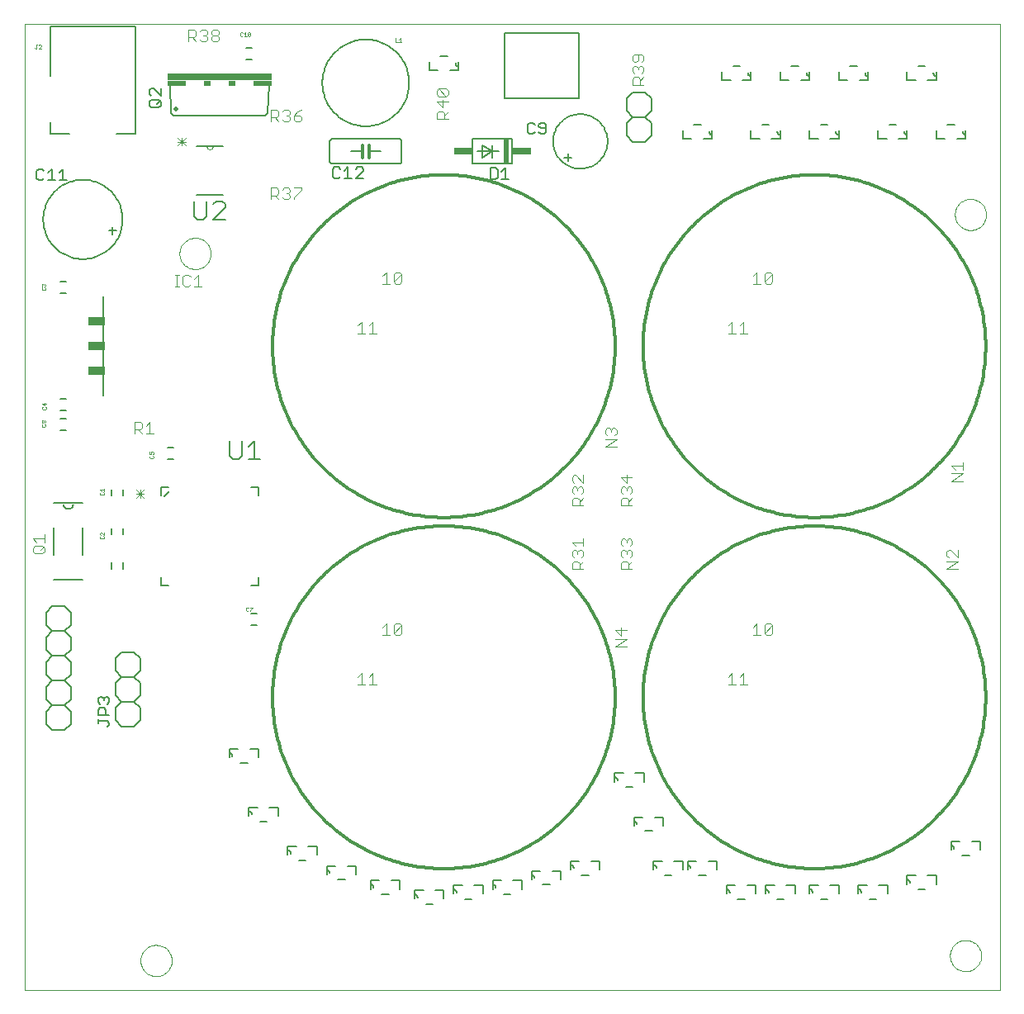
<source format=gto>
G75*
%MOIN*%
%OFA0B0*%
%FSLAX24Y24*%
%IPPOS*%
%LPD*%
%AMOC8*
5,1,8,0,0,1.08239X$1,22.5*
%
%ADD10C,0.0000*%
%ADD11C,0.0118*%
%ADD12C,0.0040*%
%ADD13C,0.0060*%
%ADD14C,0.0030*%
%ADD15C,0.0080*%
%ADD16C,0.0010*%
%ADD17R,0.0660X0.0380*%
%ADD18C,0.0050*%
%ADD19C,0.0120*%
%ADD20C,0.0200*%
%ADD21R,0.4200X0.0300*%
%ADD22R,0.0750X0.0200*%
%ADD23R,0.0300X0.0200*%
%ADD24R,0.0200X0.1000*%
%ADD25R,0.0750X0.0300*%
D10*
X000927Y000574D02*
X000927Y039550D01*
X040297Y039550D01*
X040297Y000574D01*
X000927Y000574D01*
X005612Y001755D02*
X005614Y001805D01*
X005620Y001855D01*
X005630Y001904D01*
X005644Y001952D01*
X005661Y001999D01*
X005682Y002044D01*
X005707Y002088D01*
X005735Y002129D01*
X005767Y002168D01*
X005801Y002205D01*
X005838Y002239D01*
X005878Y002269D01*
X005920Y002296D01*
X005964Y002320D01*
X006010Y002341D01*
X006057Y002357D01*
X006105Y002370D01*
X006155Y002379D01*
X006204Y002384D01*
X006255Y002385D01*
X006305Y002382D01*
X006354Y002375D01*
X006403Y002364D01*
X006451Y002349D01*
X006497Y002331D01*
X006542Y002309D01*
X006585Y002283D01*
X006626Y002254D01*
X006665Y002222D01*
X006701Y002187D01*
X006733Y002149D01*
X006763Y002109D01*
X006790Y002066D01*
X006813Y002022D01*
X006832Y001976D01*
X006848Y001928D01*
X006860Y001879D01*
X006868Y001830D01*
X006872Y001780D01*
X006872Y001730D01*
X006868Y001680D01*
X006860Y001631D01*
X006848Y001582D01*
X006832Y001534D01*
X006813Y001488D01*
X006790Y001444D01*
X006763Y001401D01*
X006733Y001361D01*
X006701Y001323D01*
X006665Y001288D01*
X006626Y001256D01*
X006585Y001227D01*
X006542Y001201D01*
X006497Y001179D01*
X006451Y001161D01*
X006403Y001146D01*
X006354Y001135D01*
X006305Y001128D01*
X006255Y001125D01*
X006204Y001126D01*
X006155Y001131D01*
X006105Y001140D01*
X006057Y001153D01*
X006010Y001169D01*
X005964Y001190D01*
X005920Y001214D01*
X005878Y001241D01*
X005838Y001271D01*
X005801Y001305D01*
X005767Y001342D01*
X005735Y001381D01*
X005707Y001422D01*
X005682Y001466D01*
X005661Y001511D01*
X005644Y001558D01*
X005630Y001606D01*
X005620Y001655D01*
X005614Y001705D01*
X005612Y001755D01*
X007187Y030298D02*
X007189Y030348D01*
X007195Y030398D01*
X007205Y030447D01*
X007219Y030495D01*
X007236Y030542D01*
X007257Y030587D01*
X007282Y030631D01*
X007310Y030672D01*
X007342Y030711D01*
X007376Y030748D01*
X007413Y030782D01*
X007453Y030812D01*
X007495Y030839D01*
X007539Y030863D01*
X007585Y030884D01*
X007632Y030900D01*
X007680Y030913D01*
X007730Y030922D01*
X007779Y030927D01*
X007830Y030928D01*
X007880Y030925D01*
X007929Y030918D01*
X007978Y030907D01*
X008026Y030892D01*
X008072Y030874D01*
X008117Y030852D01*
X008160Y030826D01*
X008201Y030797D01*
X008240Y030765D01*
X008276Y030730D01*
X008308Y030692D01*
X008338Y030652D01*
X008365Y030609D01*
X008388Y030565D01*
X008407Y030519D01*
X008423Y030471D01*
X008435Y030422D01*
X008443Y030373D01*
X008447Y030323D01*
X008447Y030273D01*
X008443Y030223D01*
X008435Y030174D01*
X008423Y030125D01*
X008407Y030077D01*
X008388Y030031D01*
X008365Y029987D01*
X008338Y029944D01*
X008308Y029904D01*
X008276Y029866D01*
X008240Y029831D01*
X008201Y029799D01*
X008160Y029770D01*
X008117Y029744D01*
X008072Y029722D01*
X008026Y029704D01*
X007978Y029689D01*
X007929Y029678D01*
X007880Y029671D01*
X007830Y029668D01*
X007779Y029669D01*
X007730Y029674D01*
X007680Y029683D01*
X007632Y029696D01*
X007585Y029712D01*
X007539Y029733D01*
X007495Y029757D01*
X007453Y029784D01*
X007413Y029814D01*
X007376Y029848D01*
X007342Y029885D01*
X007310Y029924D01*
X007282Y029965D01*
X007257Y030009D01*
X007236Y030054D01*
X007219Y030101D01*
X007205Y030149D01*
X007195Y030198D01*
X007189Y030248D01*
X007187Y030298D01*
X008288Y034625D02*
X008290Y034604D01*
X008295Y034584D01*
X008304Y034565D01*
X008316Y034548D01*
X008331Y034533D01*
X008348Y034521D01*
X008367Y034512D01*
X008387Y034507D01*
X008408Y034505D01*
X008429Y034507D01*
X008449Y034512D01*
X008468Y034521D01*
X008485Y034533D01*
X008500Y034548D01*
X008512Y034565D01*
X008521Y034584D01*
X008526Y034604D01*
X008528Y034625D01*
X038486Y031873D02*
X038488Y031923D01*
X038494Y031973D01*
X038504Y032022D01*
X038518Y032070D01*
X038535Y032117D01*
X038556Y032162D01*
X038581Y032206D01*
X038609Y032247D01*
X038641Y032286D01*
X038675Y032323D01*
X038712Y032357D01*
X038752Y032387D01*
X038794Y032414D01*
X038838Y032438D01*
X038884Y032459D01*
X038931Y032475D01*
X038979Y032488D01*
X039029Y032497D01*
X039078Y032502D01*
X039129Y032503D01*
X039179Y032500D01*
X039228Y032493D01*
X039277Y032482D01*
X039325Y032467D01*
X039371Y032449D01*
X039416Y032427D01*
X039459Y032401D01*
X039500Y032372D01*
X039539Y032340D01*
X039575Y032305D01*
X039607Y032267D01*
X039637Y032227D01*
X039664Y032184D01*
X039687Y032140D01*
X039706Y032094D01*
X039722Y032046D01*
X039734Y031997D01*
X039742Y031948D01*
X039746Y031898D01*
X039746Y031848D01*
X039742Y031798D01*
X039734Y031749D01*
X039722Y031700D01*
X039706Y031652D01*
X039687Y031606D01*
X039664Y031562D01*
X039637Y031519D01*
X039607Y031479D01*
X039575Y031441D01*
X039539Y031406D01*
X039500Y031374D01*
X039459Y031345D01*
X039416Y031319D01*
X039371Y031297D01*
X039325Y031279D01*
X039277Y031264D01*
X039228Y031253D01*
X039179Y031246D01*
X039129Y031243D01*
X039078Y031244D01*
X039029Y031249D01*
X038979Y031258D01*
X038931Y031271D01*
X038884Y031287D01*
X038838Y031308D01*
X038794Y031332D01*
X038752Y031359D01*
X038712Y031389D01*
X038675Y031423D01*
X038641Y031460D01*
X038609Y031499D01*
X038581Y031540D01*
X038556Y031584D01*
X038535Y031629D01*
X038518Y031676D01*
X038504Y031724D01*
X038494Y031773D01*
X038488Y031823D01*
X038486Y031873D01*
X038290Y001952D02*
X038292Y002002D01*
X038298Y002052D01*
X038308Y002101D01*
X038322Y002149D01*
X038339Y002196D01*
X038360Y002241D01*
X038385Y002285D01*
X038413Y002326D01*
X038445Y002365D01*
X038479Y002402D01*
X038516Y002436D01*
X038556Y002466D01*
X038598Y002493D01*
X038642Y002517D01*
X038688Y002538D01*
X038735Y002554D01*
X038783Y002567D01*
X038833Y002576D01*
X038882Y002581D01*
X038933Y002582D01*
X038983Y002579D01*
X039032Y002572D01*
X039081Y002561D01*
X039129Y002546D01*
X039175Y002528D01*
X039220Y002506D01*
X039263Y002480D01*
X039304Y002451D01*
X039343Y002419D01*
X039379Y002384D01*
X039411Y002346D01*
X039441Y002306D01*
X039468Y002263D01*
X039491Y002219D01*
X039510Y002173D01*
X039526Y002125D01*
X039538Y002076D01*
X039546Y002027D01*
X039550Y001977D01*
X039550Y001927D01*
X039546Y001877D01*
X039538Y001828D01*
X039526Y001779D01*
X039510Y001731D01*
X039491Y001685D01*
X039468Y001641D01*
X039441Y001598D01*
X039411Y001558D01*
X039379Y001520D01*
X039343Y001485D01*
X039304Y001453D01*
X039263Y001424D01*
X039220Y001398D01*
X039175Y001376D01*
X039129Y001358D01*
X039081Y001343D01*
X039032Y001332D01*
X038983Y001325D01*
X038933Y001322D01*
X038882Y001323D01*
X038833Y001328D01*
X038783Y001337D01*
X038735Y001350D01*
X038688Y001366D01*
X038642Y001387D01*
X038598Y001411D01*
X038556Y001438D01*
X038516Y001468D01*
X038479Y001502D01*
X038445Y001539D01*
X038413Y001578D01*
X038385Y001619D01*
X038360Y001663D01*
X038339Y001708D01*
X038322Y001755D01*
X038308Y001803D01*
X038298Y001852D01*
X038292Y001902D01*
X038290Y001952D01*
D11*
X025903Y012385D02*
X025905Y012555D01*
X025911Y012724D01*
X025922Y012894D01*
X025936Y013063D01*
X025955Y013231D01*
X025978Y013399D01*
X026005Y013567D01*
X026036Y013734D01*
X026071Y013900D01*
X026110Y014065D01*
X026153Y014229D01*
X026201Y014392D01*
X026252Y014554D01*
X026307Y014714D01*
X026366Y014873D01*
X026429Y015031D01*
X026496Y015187D01*
X026567Y015341D01*
X026641Y015494D01*
X026719Y015644D01*
X026801Y015793D01*
X026887Y015940D01*
X026976Y016084D01*
X027068Y016226D01*
X027164Y016366D01*
X027264Y016504D01*
X027366Y016639D01*
X027472Y016771D01*
X027582Y016901D01*
X027694Y017028D01*
X027810Y017152D01*
X027928Y017274D01*
X028050Y017392D01*
X028174Y017508D01*
X028301Y017620D01*
X028431Y017730D01*
X028563Y017836D01*
X028698Y017938D01*
X028836Y018038D01*
X028976Y018134D01*
X029118Y018226D01*
X029262Y018315D01*
X029409Y018401D01*
X029558Y018483D01*
X029708Y018561D01*
X029861Y018635D01*
X030015Y018706D01*
X030171Y018773D01*
X030329Y018836D01*
X030488Y018895D01*
X030648Y018950D01*
X030810Y019001D01*
X030973Y019049D01*
X031137Y019092D01*
X031302Y019131D01*
X031468Y019166D01*
X031635Y019197D01*
X031803Y019224D01*
X031971Y019247D01*
X032139Y019266D01*
X032308Y019280D01*
X032478Y019291D01*
X032647Y019297D01*
X032817Y019299D01*
X032987Y019297D01*
X033156Y019291D01*
X033326Y019280D01*
X033495Y019266D01*
X033663Y019247D01*
X033831Y019224D01*
X033999Y019197D01*
X034166Y019166D01*
X034332Y019131D01*
X034497Y019092D01*
X034661Y019049D01*
X034824Y019001D01*
X034986Y018950D01*
X035146Y018895D01*
X035305Y018836D01*
X035463Y018773D01*
X035619Y018706D01*
X035773Y018635D01*
X035926Y018561D01*
X036076Y018483D01*
X036225Y018401D01*
X036372Y018315D01*
X036516Y018226D01*
X036658Y018134D01*
X036798Y018038D01*
X036936Y017938D01*
X037071Y017836D01*
X037203Y017730D01*
X037333Y017620D01*
X037460Y017508D01*
X037584Y017392D01*
X037706Y017274D01*
X037824Y017152D01*
X037940Y017028D01*
X038052Y016901D01*
X038162Y016771D01*
X038268Y016639D01*
X038370Y016504D01*
X038470Y016366D01*
X038566Y016226D01*
X038658Y016084D01*
X038747Y015940D01*
X038833Y015793D01*
X038915Y015644D01*
X038993Y015494D01*
X039067Y015341D01*
X039138Y015187D01*
X039205Y015031D01*
X039268Y014873D01*
X039327Y014714D01*
X039382Y014554D01*
X039433Y014392D01*
X039481Y014229D01*
X039524Y014065D01*
X039563Y013900D01*
X039598Y013734D01*
X039629Y013567D01*
X039656Y013399D01*
X039679Y013231D01*
X039698Y013063D01*
X039712Y012894D01*
X039723Y012724D01*
X039729Y012555D01*
X039731Y012385D01*
X039729Y012215D01*
X039723Y012046D01*
X039712Y011876D01*
X039698Y011707D01*
X039679Y011539D01*
X039656Y011371D01*
X039629Y011203D01*
X039598Y011036D01*
X039563Y010870D01*
X039524Y010705D01*
X039481Y010541D01*
X039433Y010378D01*
X039382Y010216D01*
X039327Y010056D01*
X039268Y009897D01*
X039205Y009739D01*
X039138Y009583D01*
X039067Y009429D01*
X038993Y009276D01*
X038915Y009126D01*
X038833Y008977D01*
X038747Y008830D01*
X038658Y008686D01*
X038566Y008544D01*
X038470Y008404D01*
X038370Y008266D01*
X038268Y008131D01*
X038162Y007999D01*
X038052Y007869D01*
X037940Y007742D01*
X037824Y007618D01*
X037706Y007496D01*
X037584Y007378D01*
X037460Y007262D01*
X037333Y007150D01*
X037203Y007040D01*
X037071Y006934D01*
X036936Y006832D01*
X036798Y006732D01*
X036658Y006636D01*
X036516Y006544D01*
X036372Y006455D01*
X036225Y006369D01*
X036076Y006287D01*
X035926Y006209D01*
X035773Y006135D01*
X035619Y006064D01*
X035463Y005997D01*
X035305Y005934D01*
X035146Y005875D01*
X034986Y005820D01*
X034824Y005769D01*
X034661Y005721D01*
X034497Y005678D01*
X034332Y005639D01*
X034166Y005604D01*
X033999Y005573D01*
X033831Y005546D01*
X033663Y005523D01*
X033495Y005504D01*
X033326Y005490D01*
X033156Y005479D01*
X032987Y005473D01*
X032817Y005471D01*
X032647Y005473D01*
X032478Y005479D01*
X032308Y005490D01*
X032139Y005504D01*
X031971Y005523D01*
X031803Y005546D01*
X031635Y005573D01*
X031468Y005604D01*
X031302Y005639D01*
X031137Y005678D01*
X030973Y005721D01*
X030810Y005769D01*
X030648Y005820D01*
X030488Y005875D01*
X030329Y005934D01*
X030171Y005997D01*
X030015Y006064D01*
X029861Y006135D01*
X029708Y006209D01*
X029558Y006287D01*
X029409Y006369D01*
X029262Y006455D01*
X029118Y006544D01*
X028976Y006636D01*
X028836Y006732D01*
X028698Y006832D01*
X028563Y006934D01*
X028431Y007040D01*
X028301Y007150D01*
X028174Y007262D01*
X028050Y007378D01*
X027928Y007496D01*
X027810Y007618D01*
X027694Y007742D01*
X027582Y007869D01*
X027472Y007999D01*
X027366Y008131D01*
X027264Y008266D01*
X027164Y008404D01*
X027068Y008544D01*
X026976Y008686D01*
X026887Y008830D01*
X026801Y008977D01*
X026719Y009126D01*
X026641Y009276D01*
X026567Y009429D01*
X026496Y009583D01*
X026429Y009739D01*
X026366Y009897D01*
X026307Y010056D01*
X026252Y010216D01*
X026201Y010378D01*
X026153Y010541D01*
X026110Y010705D01*
X026071Y010870D01*
X026036Y011036D01*
X026005Y011203D01*
X025978Y011371D01*
X025955Y011539D01*
X025936Y011707D01*
X025922Y011876D01*
X025911Y012046D01*
X025905Y012215D01*
X025903Y012385D01*
X010943Y012385D02*
X010945Y012555D01*
X010951Y012724D01*
X010962Y012894D01*
X010976Y013063D01*
X010995Y013231D01*
X011018Y013399D01*
X011045Y013567D01*
X011076Y013734D01*
X011111Y013900D01*
X011150Y014065D01*
X011193Y014229D01*
X011241Y014392D01*
X011292Y014554D01*
X011347Y014714D01*
X011406Y014873D01*
X011469Y015031D01*
X011536Y015187D01*
X011607Y015341D01*
X011681Y015494D01*
X011759Y015644D01*
X011841Y015793D01*
X011927Y015940D01*
X012016Y016084D01*
X012108Y016226D01*
X012204Y016366D01*
X012304Y016504D01*
X012406Y016639D01*
X012512Y016771D01*
X012622Y016901D01*
X012734Y017028D01*
X012850Y017152D01*
X012968Y017274D01*
X013090Y017392D01*
X013214Y017508D01*
X013341Y017620D01*
X013471Y017730D01*
X013603Y017836D01*
X013738Y017938D01*
X013876Y018038D01*
X014016Y018134D01*
X014158Y018226D01*
X014302Y018315D01*
X014449Y018401D01*
X014598Y018483D01*
X014748Y018561D01*
X014901Y018635D01*
X015055Y018706D01*
X015211Y018773D01*
X015369Y018836D01*
X015528Y018895D01*
X015688Y018950D01*
X015850Y019001D01*
X016013Y019049D01*
X016177Y019092D01*
X016342Y019131D01*
X016508Y019166D01*
X016675Y019197D01*
X016843Y019224D01*
X017011Y019247D01*
X017179Y019266D01*
X017348Y019280D01*
X017518Y019291D01*
X017687Y019297D01*
X017857Y019299D01*
X018027Y019297D01*
X018196Y019291D01*
X018366Y019280D01*
X018535Y019266D01*
X018703Y019247D01*
X018871Y019224D01*
X019039Y019197D01*
X019206Y019166D01*
X019372Y019131D01*
X019537Y019092D01*
X019701Y019049D01*
X019864Y019001D01*
X020026Y018950D01*
X020186Y018895D01*
X020345Y018836D01*
X020503Y018773D01*
X020659Y018706D01*
X020813Y018635D01*
X020966Y018561D01*
X021116Y018483D01*
X021265Y018401D01*
X021412Y018315D01*
X021556Y018226D01*
X021698Y018134D01*
X021838Y018038D01*
X021976Y017938D01*
X022111Y017836D01*
X022243Y017730D01*
X022373Y017620D01*
X022500Y017508D01*
X022624Y017392D01*
X022746Y017274D01*
X022864Y017152D01*
X022980Y017028D01*
X023092Y016901D01*
X023202Y016771D01*
X023308Y016639D01*
X023410Y016504D01*
X023510Y016366D01*
X023606Y016226D01*
X023698Y016084D01*
X023787Y015940D01*
X023873Y015793D01*
X023955Y015644D01*
X024033Y015494D01*
X024107Y015341D01*
X024178Y015187D01*
X024245Y015031D01*
X024308Y014873D01*
X024367Y014714D01*
X024422Y014554D01*
X024473Y014392D01*
X024521Y014229D01*
X024564Y014065D01*
X024603Y013900D01*
X024638Y013734D01*
X024669Y013567D01*
X024696Y013399D01*
X024719Y013231D01*
X024738Y013063D01*
X024752Y012894D01*
X024763Y012724D01*
X024769Y012555D01*
X024771Y012385D01*
X024769Y012215D01*
X024763Y012046D01*
X024752Y011876D01*
X024738Y011707D01*
X024719Y011539D01*
X024696Y011371D01*
X024669Y011203D01*
X024638Y011036D01*
X024603Y010870D01*
X024564Y010705D01*
X024521Y010541D01*
X024473Y010378D01*
X024422Y010216D01*
X024367Y010056D01*
X024308Y009897D01*
X024245Y009739D01*
X024178Y009583D01*
X024107Y009429D01*
X024033Y009276D01*
X023955Y009126D01*
X023873Y008977D01*
X023787Y008830D01*
X023698Y008686D01*
X023606Y008544D01*
X023510Y008404D01*
X023410Y008266D01*
X023308Y008131D01*
X023202Y007999D01*
X023092Y007869D01*
X022980Y007742D01*
X022864Y007618D01*
X022746Y007496D01*
X022624Y007378D01*
X022500Y007262D01*
X022373Y007150D01*
X022243Y007040D01*
X022111Y006934D01*
X021976Y006832D01*
X021838Y006732D01*
X021698Y006636D01*
X021556Y006544D01*
X021412Y006455D01*
X021265Y006369D01*
X021116Y006287D01*
X020966Y006209D01*
X020813Y006135D01*
X020659Y006064D01*
X020503Y005997D01*
X020345Y005934D01*
X020186Y005875D01*
X020026Y005820D01*
X019864Y005769D01*
X019701Y005721D01*
X019537Y005678D01*
X019372Y005639D01*
X019206Y005604D01*
X019039Y005573D01*
X018871Y005546D01*
X018703Y005523D01*
X018535Y005504D01*
X018366Y005490D01*
X018196Y005479D01*
X018027Y005473D01*
X017857Y005471D01*
X017687Y005473D01*
X017518Y005479D01*
X017348Y005490D01*
X017179Y005504D01*
X017011Y005523D01*
X016843Y005546D01*
X016675Y005573D01*
X016508Y005604D01*
X016342Y005639D01*
X016177Y005678D01*
X016013Y005721D01*
X015850Y005769D01*
X015688Y005820D01*
X015528Y005875D01*
X015369Y005934D01*
X015211Y005997D01*
X015055Y006064D01*
X014901Y006135D01*
X014748Y006209D01*
X014598Y006287D01*
X014449Y006369D01*
X014302Y006455D01*
X014158Y006544D01*
X014016Y006636D01*
X013876Y006732D01*
X013738Y006832D01*
X013603Y006934D01*
X013471Y007040D01*
X013341Y007150D01*
X013214Y007262D01*
X013090Y007378D01*
X012968Y007496D01*
X012850Y007618D01*
X012734Y007742D01*
X012622Y007869D01*
X012512Y007999D01*
X012406Y008131D01*
X012304Y008266D01*
X012204Y008404D01*
X012108Y008544D01*
X012016Y008686D01*
X011927Y008830D01*
X011841Y008977D01*
X011759Y009126D01*
X011681Y009276D01*
X011607Y009429D01*
X011536Y009583D01*
X011469Y009739D01*
X011406Y009897D01*
X011347Y010056D01*
X011292Y010216D01*
X011241Y010378D01*
X011193Y010541D01*
X011150Y010705D01*
X011111Y010870D01*
X011076Y011036D01*
X011045Y011203D01*
X011018Y011371D01*
X010995Y011539D01*
X010976Y011707D01*
X010962Y011876D01*
X010951Y012046D01*
X010945Y012215D01*
X010943Y012385D01*
X010943Y026558D02*
X010945Y026728D01*
X010951Y026897D01*
X010962Y027067D01*
X010976Y027236D01*
X010995Y027404D01*
X011018Y027572D01*
X011045Y027740D01*
X011076Y027907D01*
X011111Y028073D01*
X011150Y028238D01*
X011193Y028402D01*
X011241Y028565D01*
X011292Y028727D01*
X011347Y028887D01*
X011406Y029046D01*
X011469Y029204D01*
X011536Y029360D01*
X011607Y029514D01*
X011681Y029667D01*
X011759Y029817D01*
X011841Y029966D01*
X011927Y030113D01*
X012016Y030257D01*
X012108Y030399D01*
X012204Y030539D01*
X012304Y030677D01*
X012406Y030812D01*
X012512Y030944D01*
X012622Y031074D01*
X012734Y031201D01*
X012850Y031325D01*
X012968Y031447D01*
X013090Y031565D01*
X013214Y031681D01*
X013341Y031793D01*
X013471Y031903D01*
X013603Y032009D01*
X013738Y032111D01*
X013876Y032211D01*
X014016Y032307D01*
X014158Y032399D01*
X014302Y032488D01*
X014449Y032574D01*
X014598Y032656D01*
X014748Y032734D01*
X014901Y032808D01*
X015055Y032879D01*
X015211Y032946D01*
X015369Y033009D01*
X015528Y033068D01*
X015688Y033123D01*
X015850Y033174D01*
X016013Y033222D01*
X016177Y033265D01*
X016342Y033304D01*
X016508Y033339D01*
X016675Y033370D01*
X016843Y033397D01*
X017011Y033420D01*
X017179Y033439D01*
X017348Y033453D01*
X017518Y033464D01*
X017687Y033470D01*
X017857Y033472D01*
X018027Y033470D01*
X018196Y033464D01*
X018366Y033453D01*
X018535Y033439D01*
X018703Y033420D01*
X018871Y033397D01*
X019039Y033370D01*
X019206Y033339D01*
X019372Y033304D01*
X019537Y033265D01*
X019701Y033222D01*
X019864Y033174D01*
X020026Y033123D01*
X020186Y033068D01*
X020345Y033009D01*
X020503Y032946D01*
X020659Y032879D01*
X020813Y032808D01*
X020966Y032734D01*
X021116Y032656D01*
X021265Y032574D01*
X021412Y032488D01*
X021556Y032399D01*
X021698Y032307D01*
X021838Y032211D01*
X021976Y032111D01*
X022111Y032009D01*
X022243Y031903D01*
X022373Y031793D01*
X022500Y031681D01*
X022624Y031565D01*
X022746Y031447D01*
X022864Y031325D01*
X022980Y031201D01*
X023092Y031074D01*
X023202Y030944D01*
X023308Y030812D01*
X023410Y030677D01*
X023510Y030539D01*
X023606Y030399D01*
X023698Y030257D01*
X023787Y030113D01*
X023873Y029966D01*
X023955Y029817D01*
X024033Y029667D01*
X024107Y029514D01*
X024178Y029360D01*
X024245Y029204D01*
X024308Y029046D01*
X024367Y028887D01*
X024422Y028727D01*
X024473Y028565D01*
X024521Y028402D01*
X024564Y028238D01*
X024603Y028073D01*
X024638Y027907D01*
X024669Y027740D01*
X024696Y027572D01*
X024719Y027404D01*
X024738Y027236D01*
X024752Y027067D01*
X024763Y026897D01*
X024769Y026728D01*
X024771Y026558D01*
X024769Y026388D01*
X024763Y026219D01*
X024752Y026049D01*
X024738Y025880D01*
X024719Y025712D01*
X024696Y025544D01*
X024669Y025376D01*
X024638Y025209D01*
X024603Y025043D01*
X024564Y024878D01*
X024521Y024714D01*
X024473Y024551D01*
X024422Y024389D01*
X024367Y024229D01*
X024308Y024070D01*
X024245Y023912D01*
X024178Y023756D01*
X024107Y023602D01*
X024033Y023449D01*
X023955Y023299D01*
X023873Y023150D01*
X023787Y023003D01*
X023698Y022859D01*
X023606Y022717D01*
X023510Y022577D01*
X023410Y022439D01*
X023308Y022304D01*
X023202Y022172D01*
X023092Y022042D01*
X022980Y021915D01*
X022864Y021791D01*
X022746Y021669D01*
X022624Y021551D01*
X022500Y021435D01*
X022373Y021323D01*
X022243Y021213D01*
X022111Y021107D01*
X021976Y021005D01*
X021838Y020905D01*
X021698Y020809D01*
X021556Y020717D01*
X021412Y020628D01*
X021265Y020542D01*
X021116Y020460D01*
X020966Y020382D01*
X020813Y020308D01*
X020659Y020237D01*
X020503Y020170D01*
X020345Y020107D01*
X020186Y020048D01*
X020026Y019993D01*
X019864Y019942D01*
X019701Y019894D01*
X019537Y019851D01*
X019372Y019812D01*
X019206Y019777D01*
X019039Y019746D01*
X018871Y019719D01*
X018703Y019696D01*
X018535Y019677D01*
X018366Y019663D01*
X018196Y019652D01*
X018027Y019646D01*
X017857Y019644D01*
X017687Y019646D01*
X017518Y019652D01*
X017348Y019663D01*
X017179Y019677D01*
X017011Y019696D01*
X016843Y019719D01*
X016675Y019746D01*
X016508Y019777D01*
X016342Y019812D01*
X016177Y019851D01*
X016013Y019894D01*
X015850Y019942D01*
X015688Y019993D01*
X015528Y020048D01*
X015369Y020107D01*
X015211Y020170D01*
X015055Y020237D01*
X014901Y020308D01*
X014748Y020382D01*
X014598Y020460D01*
X014449Y020542D01*
X014302Y020628D01*
X014158Y020717D01*
X014016Y020809D01*
X013876Y020905D01*
X013738Y021005D01*
X013603Y021107D01*
X013471Y021213D01*
X013341Y021323D01*
X013214Y021435D01*
X013090Y021551D01*
X012968Y021669D01*
X012850Y021791D01*
X012734Y021915D01*
X012622Y022042D01*
X012512Y022172D01*
X012406Y022304D01*
X012304Y022439D01*
X012204Y022577D01*
X012108Y022717D01*
X012016Y022859D01*
X011927Y023003D01*
X011841Y023150D01*
X011759Y023299D01*
X011681Y023449D01*
X011607Y023602D01*
X011536Y023756D01*
X011469Y023912D01*
X011406Y024070D01*
X011347Y024229D01*
X011292Y024389D01*
X011241Y024551D01*
X011193Y024714D01*
X011150Y024878D01*
X011111Y025043D01*
X011076Y025209D01*
X011045Y025376D01*
X011018Y025544D01*
X010995Y025712D01*
X010976Y025880D01*
X010962Y026049D01*
X010951Y026219D01*
X010945Y026388D01*
X010943Y026558D01*
X025903Y026558D02*
X025905Y026728D01*
X025911Y026897D01*
X025922Y027067D01*
X025936Y027236D01*
X025955Y027404D01*
X025978Y027572D01*
X026005Y027740D01*
X026036Y027907D01*
X026071Y028073D01*
X026110Y028238D01*
X026153Y028402D01*
X026201Y028565D01*
X026252Y028727D01*
X026307Y028887D01*
X026366Y029046D01*
X026429Y029204D01*
X026496Y029360D01*
X026567Y029514D01*
X026641Y029667D01*
X026719Y029817D01*
X026801Y029966D01*
X026887Y030113D01*
X026976Y030257D01*
X027068Y030399D01*
X027164Y030539D01*
X027264Y030677D01*
X027366Y030812D01*
X027472Y030944D01*
X027582Y031074D01*
X027694Y031201D01*
X027810Y031325D01*
X027928Y031447D01*
X028050Y031565D01*
X028174Y031681D01*
X028301Y031793D01*
X028431Y031903D01*
X028563Y032009D01*
X028698Y032111D01*
X028836Y032211D01*
X028976Y032307D01*
X029118Y032399D01*
X029262Y032488D01*
X029409Y032574D01*
X029558Y032656D01*
X029708Y032734D01*
X029861Y032808D01*
X030015Y032879D01*
X030171Y032946D01*
X030329Y033009D01*
X030488Y033068D01*
X030648Y033123D01*
X030810Y033174D01*
X030973Y033222D01*
X031137Y033265D01*
X031302Y033304D01*
X031468Y033339D01*
X031635Y033370D01*
X031803Y033397D01*
X031971Y033420D01*
X032139Y033439D01*
X032308Y033453D01*
X032478Y033464D01*
X032647Y033470D01*
X032817Y033472D01*
X032987Y033470D01*
X033156Y033464D01*
X033326Y033453D01*
X033495Y033439D01*
X033663Y033420D01*
X033831Y033397D01*
X033999Y033370D01*
X034166Y033339D01*
X034332Y033304D01*
X034497Y033265D01*
X034661Y033222D01*
X034824Y033174D01*
X034986Y033123D01*
X035146Y033068D01*
X035305Y033009D01*
X035463Y032946D01*
X035619Y032879D01*
X035773Y032808D01*
X035926Y032734D01*
X036076Y032656D01*
X036225Y032574D01*
X036372Y032488D01*
X036516Y032399D01*
X036658Y032307D01*
X036798Y032211D01*
X036936Y032111D01*
X037071Y032009D01*
X037203Y031903D01*
X037333Y031793D01*
X037460Y031681D01*
X037584Y031565D01*
X037706Y031447D01*
X037824Y031325D01*
X037940Y031201D01*
X038052Y031074D01*
X038162Y030944D01*
X038268Y030812D01*
X038370Y030677D01*
X038470Y030539D01*
X038566Y030399D01*
X038658Y030257D01*
X038747Y030113D01*
X038833Y029966D01*
X038915Y029817D01*
X038993Y029667D01*
X039067Y029514D01*
X039138Y029360D01*
X039205Y029204D01*
X039268Y029046D01*
X039327Y028887D01*
X039382Y028727D01*
X039433Y028565D01*
X039481Y028402D01*
X039524Y028238D01*
X039563Y028073D01*
X039598Y027907D01*
X039629Y027740D01*
X039656Y027572D01*
X039679Y027404D01*
X039698Y027236D01*
X039712Y027067D01*
X039723Y026897D01*
X039729Y026728D01*
X039731Y026558D01*
X039729Y026388D01*
X039723Y026219D01*
X039712Y026049D01*
X039698Y025880D01*
X039679Y025712D01*
X039656Y025544D01*
X039629Y025376D01*
X039598Y025209D01*
X039563Y025043D01*
X039524Y024878D01*
X039481Y024714D01*
X039433Y024551D01*
X039382Y024389D01*
X039327Y024229D01*
X039268Y024070D01*
X039205Y023912D01*
X039138Y023756D01*
X039067Y023602D01*
X038993Y023449D01*
X038915Y023299D01*
X038833Y023150D01*
X038747Y023003D01*
X038658Y022859D01*
X038566Y022717D01*
X038470Y022577D01*
X038370Y022439D01*
X038268Y022304D01*
X038162Y022172D01*
X038052Y022042D01*
X037940Y021915D01*
X037824Y021791D01*
X037706Y021669D01*
X037584Y021551D01*
X037460Y021435D01*
X037333Y021323D01*
X037203Y021213D01*
X037071Y021107D01*
X036936Y021005D01*
X036798Y020905D01*
X036658Y020809D01*
X036516Y020717D01*
X036372Y020628D01*
X036225Y020542D01*
X036076Y020460D01*
X035926Y020382D01*
X035773Y020308D01*
X035619Y020237D01*
X035463Y020170D01*
X035305Y020107D01*
X035146Y020048D01*
X034986Y019993D01*
X034824Y019942D01*
X034661Y019894D01*
X034497Y019851D01*
X034332Y019812D01*
X034166Y019777D01*
X033999Y019746D01*
X033831Y019719D01*
X033663Y019696D01*
X033495Y019677D01*
X033326Y019663D01*
X033156Y019652D01*
X032987Y019646D01*
X032817Y019644D01*
X032647Y019646D01*
X032478Y019652D01*
X032308Y019663D01*
X032139Y019677D01*
X031971Y019696D01*
X031803Y019719D01*
X031635Y019746D01*
X031468Y019777D01*
X031302Y019812D01*
X031137Y019851D01*
X030973Y019894D01*
X030810Y019942D01*
X030648Y019993D01*
X030488Y020048D01*
X030329Y020107D01*
X030171Y020170D01*
X030015Y020237D01*
X029861Y020308D01*
X029708Y020382D01*
X029558Y020460D01*
X029409Y020542D01*
X029262Y020628D01*
X029118Y020717D01*
X028976Y020809D01*
X028836Y020905D01*
X028698Y021005D01*
X028563Y021107D01*
X028431Y021213D01*
X028301Y021323D01*
X028174Y021435D01*
X028050Y021551D01*
X027928Y021669D01*
X027810Y021791D01*
X027694Y021915D01*
X027582Y022042D01*
X027472Y022172D01*
X027366Y022304D01*
X027264Y022439D01*
X027164Y022577D01*
X027068Y022717D01*
X026976Y022859D01*
X026887Y023003D01*
X026801Y023150D01*
X026719Y023299D01*
X026641Y023449D01*
X026567Y023602D01*
X026496Y023756D01*
X026429Y023912D01*
X026366Y024070D01*
X026307Y024229D01*
X026252Y024389D01*
X026201Y024551D01*
X026153Y024714D01*
X026110Y024878D01*
X026071Y025043D01*
X026036Y025209D01*
X026005Y025376D01*
X025978Y025544D01*
X025955Y025712D01*
X025936Y025880D01*
X025922Y026049D01*
X025911Y026219D01*
X025905Y026388D01*
X025903Y026558D01*
D12*
X029337Y027078D02*
X029644Y027078D01*
X029491Y027078D02*
X029491Y027538D01*
X029337Y027385D01*
X029798Y027385D02*
X029951Y027538D01*
X029951Y027078D01*
X029798Y027078D02*
X030104Y027078D01*
X030337Y029078D02*
X030644Y029078D01*
X030491Y029078D02*
X030491Y029538D01*
X030337Y029385D01*
X030798Y029462D02*
X030798Y029155D01*
X031104Y029462D01*
X031104Y029155D01*
X031028Y029078D01*
X030874Y029078D01*
X030798Y029155D01*
X030798Y029462D02*
X030874Y029538D01*
X031028Y029538D01*
X031104Y029462D01*
X024834Y023181D02*
X024834Y023028D01*
X024757Y022951D01*
X024834Y022798D02*
X024373Y022798D01*
X024450Y022951D02*
X024373Y023028D01*
X024373Y023181D01*
X024450Y023258D01*
X024527Y023258D01*
X024603Y023181D01*
X024680Y023258D01*
X024757Y023258D01*
X024834Y023181D01*
X024603Y023181D02*
X024603Y023105D01*
X024834Y022798D02*
X024373Y022491D01*
X024834Y022491D01*
X025227Y021350D02*
X025227Y021043D01*
X024997Y021273D01*
X025457Y021273D01*
X025381Y020890D02*
X025304Y020890D01*
X025227Y020813D01*
X025227Y020736D01*
X025227Y020813D02*
X025150Y020890D01*
X025074Y020890D01*
X024997Y020813D01*
X024997Y020660D01*
X025074Y020583D01*
X025074Y020429D02*
X025227Y020429D01*
X025304Y020353D01*
X025304Y020122D01*
X025457Y020122D02*
X024997Y020122D01*
X024997Y020353D01*
X025074Y020429D01*
X025304Y020276D02*
X025457Y020429D01*
X025381Y020583D02*
X025457Y020660D01*
X025457Y020813D01*
X025381Y020890D01*
X023489Y020813D02*
X023489Y020660D01*
X023412Y020583D01*
X023489Y020429D02*
X023335Y020276D01*
X023335Y020353D02*
X023335Y020122D01*
X023489Y020122D02*
X023029Y020122D01*
X023029Y020353D01*
X023105Y020429D01*
X023259Y020429D01*
X023335Y020353D01*
X023105Y020583D02*
X023029Y020660D01*
X023029Y020813D01*
X023105Y020890D01*
X023182Y020890D01*
X023259Y020813D01*
X023335Y020890D01*
X023412Y020890D01*
X023489Y020813D01*
X023489Y021043D02*
X023182Y021350D01*
X023105Y021350D01*
X023029Y021273D01*
X023029Y021120D01*
X023105Y021043D01*
X023259Y020813D02*
X023259Y020736D01*
X023489Y021043D02*
X023489Y021350D01*
X023489Y018791D02*
X023489Y018484D01*
X023489Y018638D02*
X023029Y018638D01*
X023182Y018484D01*
X023182Y018331D02*
X023259Y018254D01*
X023335Y018331D01*
X023412Y018331D01*
X023489Y018254D01*
X023489Y018101D01*
X023412Y018024D01*
X023489Y017870D02*
X023335Y017717D01*
X023335Y017794D02*
X023335Y017563D01*
X023489Y017563D02*
X023029Y017563D01*
X023029Y017794D01*
X023105Y017870D01*
X023259Y017870D01*
X023335Y017794D01*
X023105Y018024D02*
X023029Y018101D01*
X023029Y018254D01*
X023105Y018331D01*
X023182Y018331D01*
X023259Y018254D02*
X023259Y018177D01*
X024997Y018101D02*
X024997Y018254D01*
X025074Y018331D01*
X025150Y018331D01*
X025227Y018254D01*
X025304Y018331D01*
X025381Y018331D01*
X025457Y018254D01*
X025457Y018101D01*
X025381Y018024D01*
X025457Y017870D02*
X025304Y017717D01*
X025304Y017794D02*
X025304Y017563D01*
X025457Y017563D02*
X024997Y017563D01*
X024997Y017794D01*
X025074Y017870D01*
X025227Y017870D01*
X025304Y017794D01*
X025074Y018024D02*
X024997Y018101D01*
X025227Y018177D02*
X025227Y018254D01*
X025074Y018484D02*
X024997Y018561D01*
X024997Y018714D01*
X025074Y018791D01*
X025150Y018791D01*
X025227Y018714D01*
X025304Y018791D01*
X025381Y018791D01*
X025457Y018714D01*
X025457Y018561D01*
X025381Y018484D01*
X025227Y018638D02*
X025227Y018714D01*
X024997Y015187D02*
X024997Y014880D01*
X024767Y015111D01*
X025227Y015111D01*
X025227Y014727D02*
X024767Y014727D01*
X024767Y014420D02*
X025227Y014727D01*
X025227Y014420D02*
X024767Y014420D01*
X029337Y013212D02*
X029491Y013365D01*
X029491Y012905D01*
X029644Y012905D02*
X029337Y012905D01*
X029798Y012905D02*
X030104Y012905D01*
X029951Y012905D02*
X029951Y013365D01*
X029798Y013212D01*
X030337Y014905D02*
X030644Y014905D01*
X030491Y014905D02*
X030491Y015365D01*
X030337Y015212D01*
X030798Y015288D02*
X030874Y015365D01*
X031028Y015365D01*
X031104Y015288D01*
X030798Y014981D01*
X030874Y014905D01*
X031028Y014905D01*
X031104Y014981D01*
X031104Y015288D01*
X030798Y015288D02*
X030798Y014981D01*
X038153Y017570D02*
X038613Y017876D01*
X038153Y017876D01*
X038229Y018030D02*
X038153Y018107D01*
X038153Y018260D01*
X038229Y018337D01*
X038306Y018337D01*
X038613Y018030D01*
X038613Y018337D01*
X038613Y017570D02*
X038153Y017570D01*
X038350Y021113D02*
X038810Y021420D01*
X038350Y021420D01*
X038503Y021573D02*
X038350Y021727D01*
X038810Y021727D01*
X038810Y021880D02*
X038810Y021573D01*
X038810Y021113D02*
X038350Y021113D01*
X025923Y037114D02*
X025463Y037114D01*
X025463Y037344D01*
X025539Y037421D01*
X025693Y037421D01*
X025770Y037344D01*
X025770Y037114D01*
X025770Y037268D02*
X025923Y037421D01*
X025846Y037574D02*
X025923Y037651D01*
X025923Y037805D01*
X025846Y037881D01*
X025770Y037881D01*
X025693Y037805D01*
X025693Y037728D01*
X025693Y037805D02*
X025616Y037881D01*
X025539Y037881D01*
X025463Y037805D01*
X025463Y037651D01*
X025539Y037574D01*
X025539Y038035D02*
X025616Y038035D01*
X025693Y038112D01*
X025693Y038342D01*
X025846Y038342D02*
X025539Y038342D01*
X025463Y038265D01*
X025463Y038112D01*
X025539Y038035D01*
X025846Y038035D02*
X025923Y038112D01*
X025923Y038265D01*
X025846Y038342D01*
X018027Y036878D02*
X018027Y036724D01*
X017950Y036648D01*
X017643Y036954D01*
X017950Y036954D01*
X018027Y036878D01*
X017950Y036648D02*
X017643Y036648D01*
X017567Y036724D01*
X017567Y036878D01*
X017643Y036954D01*
X017797Y036494D02*
X017797Y036187D01*
X017567Y036417D01*
X018027Y036417D01*
X018027Y036034D02*
X017874Y035880D01*
X017874Y035957D02*
X017874Y035727D01*
X018027Y035727D02*
X017567Y035727D01*
X017567Y035957D01*
X017643Y036034D01*
X017797Y036034D01*
X017874Y035957D01*
X012111Y036100D02*
X011958Y036023D01*
X011804Y035870D01*
X012035Y035870D01*
X012111Y035793D01*
X012111Y035716D01*
X012035Y035639D01*
X011881Y035639D01*
X011804Y035716D01*
X011804Y035870D01*
X011651Y035946D02*
X011574Y035870D01*
X011651Y035793D01*
X011651Y035716D01*
X011574Y035639D01*
X011421Y035639D01*
X011344Y035716D01*
X011191Y035639D02*
X011037Y035793D01*
X011114Y035793D02*
X010884Y035793D01*
X010884Y035639D02*
X010884Y036100D01*
X011114Y036100D01*
X011191Y036023D01*
X011191Y035870D01*
X011114Y035793D01*
X011344Y036023D02*
X011421Y036100D01*
X011574Y036100D01*
X011651Y036023D01*
X011651Y035946D01*
X011574Y035870D02*
X011497Y035870D01*
X011421Y032950D02*
X011574Y032950D01*
X011651Y032873D01*
X011651Y032797D01*
X011574Y032720D01*
X011651Y032643D01*
X011651Y032566D01*
X011574Y032490D01*
X011421Y032490D01*
X011344Y032566D01*
X011191Y032490D02*
X011037Y032643D01*
X011114Y032643D02*
X010884Y032643D01*
X010884Y032490D02*
X010884Y032950D01*
X011114Y032950D01*
X011191Y032873D01*
X011191Y032720D01*
X011114Y032643D01*
X011344Y032873D02*
X011421Y032950D01*
X011497Y032720D02*
X011574Y032720D01*
X011804Y032566D02*
X011804Y032490D01*
X011804Y032566D02*
X012111Y032873D01*
X012111Y032950D01*
X011804Y032950D01*
X015377Y029385D02*
X015530Y029538D01*
X015530Y029078D01*
X015377Y029078D02*
X015683Y029078D01*
X015837Y029155D02*
X016144Y029462D01*
X016144Y029155D01*
X016067Y029078D01*
X015914Y029078D01*
X015837Y029155D01*
X015837Y029462D01*
X015914Y029538D01*
X016067Y029538D01*
X016144Y029462D01*
X014990Y027538D02*
X014990Y027078D01*
X014837Y027078D02*
X015144Y027078D01*
X014837Y027385D02*
X014990Y027538D01*
X014530Y027538D02*
X014530Y027078D01*
X014377Y027078D02*
X014683Y027078D01*
X014377Y027385D02*
X014530Y027538D01*
X008089Y028975D02*
X007782Y028975D01*
X007936Y028975D02*
X007936Y029435D01*
X007782Y029282D01*
X007629Y029358D02*
X007552Y029435D01*
X007399Y029435D01*
X007322Y029358D01*
X007322Y029052D01*
X007399Y028975D01*
X007552Y028975D01*
X007629Y029052D01*
X007169Y028975D02*
X007015Y028975D01*
X007092Y028975D02*
X007092Y029435D01*
X007015Y029435D02*
X007169Y029435D01*
X005986Y023501D02*
X005986Y023041D01*
X006139Y023041D02*
X005832Y023041D01*
X005679Y023041D02*
X005525Y023194D01*
X005602Y023194D02*
X005372Y023194D01*
X005372Y023041D02*
X005372Y023501D01*
X005602Y023501D01*
X005679Y023425D01*
X005679Y023271D01*
X005602Y023194D01*
X005832Y023348D02*
X005986Y023501D01*
X001728Y018952D02*
X001728Y018645D01*
X001728Y018798D02*
X001268Y018798D01*
X001421Y018645D01*
X001345Y018491D02*
X001652Y018491D01*
X001728Y018415D01*
X001728Y018261D01*
X001652Y018184D01*
X001345Y018184D01*
X001268Y018261D01*
X001268Y018415D01*
X001345Y018491D01*
X001575Y018338D02*
X001728Y018491D01*
X014377Y013212D02*
X014530Y013365D01*
X014530Y012905D01*
X014377Y012905D02*
X014683Y012905D01*
X014837Y012905D02*
X015144Y012905D01*
X014990Y012905D02*
X014990Y013365D01*
X014837Y013212D01*
X015377Y014905D02*
X015683Y014905D01*
X015530Y014905D02*
X015530Y015365D01*
X015377Y015212D01*
X015837Y015288D02*
X015914Y015365D01*
X016067Y015365D01*
X016144Y015288D01*
X015837Y014981D01*
X015914Y014905D01*
X016067Y014905D01*
X016144Y014981D01*
X016144Y015288D01*
X015837Y015288D02*
X015837Y014981D01*
X008694Y038867D02*
X008541Y038867D01*
X008464Y038944D01*
X008464Y039020D01*
X008541Y039097D01*
X008694Y039097D01*
X008771Y039020D01*
X008771Y038944D01*
X008694Y038867D01*
X008694Y039097D02*
X008771Y039174D01*
X008771Y039251D01*
X008694Y039327D01*
X008541Y039327D01*
X008464Y039251D01*
X008464Y039174D01*
X008541Y039097D01*
X008311Y039020D02*
X008311Y038944D01*
X008234Y038867D01*
X008081Y038867D01*
X008004Y038944D01*
X007850Y038867D02*
X007697Y039020D01*
X007774Y039020D02*
X007543Y039020D01*
X007543Y038867D02*
X007543Y039327D01*
X007774Y039327D01*
X007850Y039251D01*
X007850Y039097D01*
X007774Y039020D01*
X008004Y039251D02*
X008081Y039327D01*
X008234Y039327D01*
X008311Y039251D01*
X008311Y039174D01*
X008234Y039097D01*
X008311Y039020D01*
X008234Y039097D02*
X008157Y039097D01*
D13*
X006801Y037132D02*
X006851Y035982D01*
X006951Y035882D01*
X010651Y035882D01*
X010751Y035982D01*
X010801Y037132D01*
X010101Y038133D02*
X009864Y038133D01*
X009864Y038605D02*
X010101Y038605D01*
X013357Y034932D02*
X016057Y034932D01*
X016074Y034930D01*
X016091Y034926D01*
X016107Y034919D01*
X016121Y034909D01*
X016134Y034896D01*
X016144Y034882D01*
X016151Y034866D01*
X016155Y034849D01*
X016157Y034832D01*
X016157Y034032D01*
X016155Y034015D01*
X016151Y033998D01*
X016144Y033982D01*
X016134Y033968D01*
X016121Y033955D01*
X016107Y033945D01*
X016091Y033938D01*
X016074Y033934D01*
X016057Y033932D01*
X013357Y033932D01*
X013340Y033934D01*
X013323Y033938D01*
X013307Y033945D01*
X013293Y033955D01*
X013280Y033968D01*
X013270Y033982D01*
X013263Y033998D01*
X013259Y034015D01*
X013257Y034032D01*
X013257Y034832D01*
X013259Y034849D01*
X013263Y034866D01*
X013270Y034882D01*
X013280Y034896D01*
X013293Y034909D01*
X013307Y034919D01*
X013323Y034926D01*
X013340Y034930D01*
X013357Y034932D01*
X014107Y034432D02*
X014587Y034432D01*
X014837Y034432D02*
X015307Y034432D01*
X017267Y037695D02*
X017617Y037695D01*
X017267Y037695D02*
X017267Y038035D01*
X017717Y038255D02*
X017997Y038255D01*
X018447Y038035D02*
X018447Y037855D01*
X018447Y037695D01*
X018097Y037695D01*
X018326Y037985D02*
X018326Y037965D01*
X018330Y037946D01*
X018336Y037927D01*
X018346Y037909D01*
X018358Y037894D01*
X018372Y037880D01*
X018389Y037869D01*
X018407Y037861D01*
X018427Y037857D01*
X018446Y037855D01*
X019025Y034932D02*
X019025Y033932D01*
X020625Y033932D01*
X020625Y034932D01*
X019025Y034932D01*
X019425Y034682D02*
X019825Y034432D01*
X019825Y034682D01*
X019825Y034432D02*
X019225Y034432D01*
X019425Y034182D02*
X019425Y034682D01*
X019825Y034432D02*
X019825Y034182D01*
X019825Y034432D02*
X019425Y034182D01*
X019825Y034432D02*
X020075Y034432D01*
X022718Y034176D02*
X022868Y034176D01*
X022868Y034326D01*
X022868Y034176D02*
X023018Y034176D01*
X022868Y034176D02*
X022868Y034026D01*
X022268Y034826D02*
X022270Y034892D01*
X022276Y034957D01*
X022286Y035022D01*
X022299Y035087D01*
X022317Y035150D01*
X022338Y035213D01*
X022363Y035273D01*
X022392Y035333D01*
X022424Y035390D01*
X022459Y035446D01*
X022498Y035499D01*
X022540Y035550D01*
X022584Y035598D01*
X022632Y035643D01*
X022682Y035686D01*
X022735Y035725D01*
X022790Y035762D01*
X022847Y035795D01*
X022906Y035824D01*
X022966Y035850D01*
X023028Y035872D01*
X023091Y035891D01*
X023155Y035905D01*
X023220Y035916D01*
X023286Y035923D01*
X023352Y035926D01*
X023417Y035925D01*
X023483Y035920D01*
X023548Y035911D01*
X023613Y035898D01*
X023676Y035882D01*
X023739Y035862D01*
X023800Y035837D01*
X023860Y035810D01*
X023918Y035779D01*
X023974Y035744D01*
X024028Y035706D01*
X024079Y035665D01*
X024128Y035621D01*
X024174Y035574D01*
X024218Y035525D01*
X024258Y035473D01*
X024295Y035418D01*
X024329Y035362D01*
X024359Y035303D01*
X024386Y035243D01*
X024409Y035182D01*
X024428Y035119D01*
X024444Y035055D01*
X024456Y034990D01*
X024464Y034925D01*
X024468Y034859D01*
X024468Y034793D01*
X024464Y034727D01*
X024456Y034662D01*
X024444Y034597D01*
X024428Y034533D01*
X024409Y034470D01*
X024386Y034409D01*
X024359Y034349D01*
X024329Y034290D01*
X024295Y034234D01*
X024258Y034179D01*
X024218Y034127D01*
X024174Y034078D01*
X024128Y034031D01*
X024079Y033987D01*
X024028Y033946D01*
X023974Y033908D01*
X023918Y033873D01*
X023860Y033842D01*
X023800Y033815D01*
X023739Y033790D01*
X023676Y033770D01*
X023613Y033754D01*
X023548Y033741D01*
X023483Y033732D01*
X023417Y033727D01*
X023352Y033726D01*
X023286Y033729D01*
X023220Y033736D01*
X023155Y033747D01*
X023091Y033761D01*
X023028Y033780D01*
X022966Y033802D01*
X022906Y033828D01*
X022847Y033857D01*
X022790Y033890D01*
X022735Y033927D01*
X022682Y033966D01*
X022632Y034009D01*
X022584Y034054D01*
X022540Y034102D01*
X022498Y034153D01*
X022459Y034206D01*
X022424Y034262D01*
X022392Y034319D01*
X022363Y034379D01*
X022338Y034439D01*
X022317Y034502D01*
X022299Y034565D01*
X022286Y034630D01*
X022276Y034695D01*
X022270Y034760D01*
X022268Y034826D01*
X025231Y035060D02*
X025481Y034810D01*
X025981Y034810D01*
X026231Y035060D01*
X026231Y035560D01*
X025981Y035810D01*
X026231Y036060D01*
X026231Y036560D01*
X025981Y036810D01*
X025481Y036810D01*
X025231Y036560D01*
X025231Y036060D01*
X025481Y035810D01*
X025981Y035810D01*
X025481Y035810D02*
X025231Y035560D01*
X025231Y035060D01*
X027503Y034939D02*
X027853Y034939D01*
X027503Y034939D02*
X027503Y035279D01*
X027953Y035499D02*
X028233Y035499D01*
X028683Y035279D02*
X028683Y035099D01*
X028683Y034939D01*
X028333Y034939D01*
X028562Y035229D02*
X028562Y035209D01*
X028566Y035190D01*
X028572Y035171D01*
X028582Y035153D01*
X028594Y035138D01*
X028608Y035124D01*
X028625Y035113D01*
X028643Y035105D01*
X028663Y035101D01*
X028682Y035099D01*
X030259Y034939D02*
X030609Y034939D01*
X030259Y034939D02*
X030259Y035279D01*
X030709Y035499D02*
X030989Y035499D01*
X031439Y035279D02*
X031439Y035099D01*
X031439Y034939D01*
X031089Y034939D01*
X031318Y035229D02*
X031318Y035209D01*
X031322Y035190D01*
X031328Y035171D01*
X031338Y035153D01*
X031350Y035138D01*
X031364Y035124D01*
X031381Y035113D01*
X031399Y035105D01*
X031419Y035101D01*
X031438Y035099D01*
X032621Y034939D02*
X032971Y034939D01*
X032621Y034939D02*
X032621Y035279D01*
X033071Y035499D02*
X033351Y035499D01*
X033801Y035279D02*
X033801Y035099D01*
X033801Y034939D01*
X033451Y034939D01*
X033680Y035229D02*
X033680Y035209D01*
X033684Y035190D01*
X033690Y035171D01*
X033700Y035153D01*
X033712Y035138D01*
X033726Y035124D01*
X033743Y035113D01*
X033761Y035105D01*
X033781Y035101D01*
X033800Y035099D01*
X035377Y034939D02*
X035727Y034939D01*
X035377Y034939D02*
X035377Y035279D01*
X035827Y035499D02*
X036107Y035499D01*
X036557Y035279D02*
X036557Y035099D01*
X036557Y034939D01*
X036207Y034939D01*
X036436Y035229D02*
X036436Y035209D01*
X036440Y035190D01*
X036446Y035171D01*
X036456Y035153D01*
X036468Y035138D01*
X036482Y035124D01*
X036499Y035113D01*
X036517Y035105D01*
X036537Y035101D01*
X036556Y035099D01*
X037739Y034939D02*
X038089Y034939D01*
X037739Y034939D02*
X037739Y035279D01*
X038189Y035499D02*
X038469Y035499D01*
X038919Y035279D02*
X038919Y035099D01*
X038919Y034939D01*
X038569Y034939D01*
X038799Y035229D02*
X038799Y035209D01*
X038803Y035190D01*
X038809Y035171D01*
X038819Y035153D01*
X038831Y035138D01*
X038845Y035124D01*
X038862Y035113D01*
X038880Y035105D01*
X038900Y035101D01*
X038919Y035099D01*
X037738Y037302D02*
X037388Y037302D01*
X037738Y037302D02*
X037738Y037462D01*
X037738Y037642D01*
X037617Y037592D02*
X037617Y037572D01*
X037621Y037553D01*
X037627Y037534D01*
X037637Y037516D01*
X037649Y037501D01*
X037663Y037487D01*
X037680Y037476D01*
X037698Y037468D01*
X037718Y037464D01*
X037737Y037462D01*
X037288Y037862D02*
X037008Y037862D01*
X036558Y037642D02*
X036558Y037302D01*
X036908Y037302D01*
X034982Y037302D02*
X034982Y037462D01*
X034982Y037642D01*
X034862Y037592D02*
X034862Y037572D01*
X034866Y037553D01*
X034872Y037534D01*
X034882Y037516D01*
X034894Y037501D01*
X034908Y037487D01*
X034925Y037476D01*
X034943Y037468D01*
X034963Y037464D01*
X034982Y037462D01*
X034982Y037302D02*
X034632Y037302D01*
X034152Y037302D02*
X033802Y037302D01*
X033802Y037642D01*
X034252Y037862D02*
X034532Y037862D01*
X032620Y037642D02*
X032620Y037462D01*
X032620Y037302D01*
X032270Y037302D01*
X032499Y037592D02*
X032499Y037572D01*
X032503Y037553D01*
X032509Y037534D01*
X032519Y037516D01*
X032531Y037501D01*
X032545Y037487D01*
X032562Y037476D01*
X032580Y037468D01*
X032600Y037464D01*
X032619Y037462D01*
X032170Y037862D02*
X031890Y037862D01*
X031790Y037302D02*
X031440Y037302D01*
X031440Y037642D01*
X030258Y037642D02*
X030258Y037462D01*
X030258Y037302D01*
X029908Y037302D01*
X030137Y037592D02*
X030137Y037572D01*
X030141Y037553D01*
X030147Y037534D01*
X030157Y037516D01*
X030169Y037501D01*
X030183Y037487D01*
X030200Y037476D01*
X030218Y037468D01*
X030238Y037464D01*
X030257Y037462D01*
X029808Y037862D02*
X029528Y037862D01*
X029078Y037642D02*
X029078Y037302D01*
X029428Y037302D01*
X010378Y020851D02*
X010378Y020541D01*
X010378Y020851D02*
X010068Y020851D01*
X006951Y021991D02*
X006715Y021991D01*
X006715Y022463D02*
X006951Y022463D01*
X006748Y020851D02*
X006438Y020851D01*
X006438Y020541D01*
X006588Y020501D02*
X006788Y020701D01*
X004904Y020771D02*
X004904Y020534D01*
X004431Y020534D02*
X004431Y020771D01*
X004431Y019196D02*
X004431Y018960D01*
X004904Y018960D02*
X004904Y019196D01*
X004904Y017818D02*
X004904Y017582D01*
X004431Y017582D02*
X004431Y017818D01*
X006438Y017221D02*
X006438Y016911D01*
X006748Y016911D01*
X005351Y014200D02*
X004851Y014200D01*
X004601Y013950D01*
X004601Y013450D01*
X004851Y013200D01*
X005351Y013200D01*
X005601Y013450D01*
X005601Y013950D01*
X005351Y014200D01*
X005351Y013200D02*
X005601Y012950D01*
X005601Y012450D01*
X005351Y012200D01*
X005601Y011950D01*
X005601Y011450D01*
X005351Y011200D01*
X004851Y011200D01*
X004601Y011450D01*
X004601Y011950D01*
X004851Y012200D01*
X004601Y012450D01*
X004601Y012950D01*
X004851Y013200D01*
X004851Y012200D02*
X005351Y012200D01*
X002805Y012316D02*
X002555Y012066D01*
X002805Y011816D01*
X002805Y011316D01*
X002555Y011066D01*
X002055Y011066D01*
X001805Y011316D01*
X001805Y011816D01*
X002055Y012066D01*
X001805Y012316D01*
X001805Y012816D01*
X002055Y013066D01*
X001805Y013316D01*
X001805Y013816D01*
X002055Y014066D01*
X001805Y014316D01*
X001805Y014816D01*
X002055Y015066D01*
X001805Y015316D01*
X001805Y015816D01*
X002055Y016066D01*
X002555Y016066D01*
X002805Y015816D01*
X002805Y015316D01*
X002555Y015066D01*
X002805Y014816D01*
X002805Y014316D01*
X002555Y014066D01*
X002055Y014066D01*
X002555Y014066D02*
X002805Y013816D01*
X002805Y013316D01*
X002555Y013066D01*
X002805Y012816D01*
X002805Y012316D01*
X002555Y012066D02*
X002055Y012066D01*
X002055Y013066D02*
X002555Y013066D01*
X002555Y015066D02*
X002055Y015066D01*
X009196Y010303D02*
X009196Y010143D01*
X009196Y009963D01*
X009316Y010013D02*
X009316Y010033D01*
X009312Y010052D01*
X009306Y010071D01*
X009296Y010089D01*
X009284Y010104D01*
X009270Y010118D01*
X009253Y010129D01*
X009235Y010137D01*
X009215Y010141D01*
X009196Y010143D01*
X009196Y010303D02*
X009546Y010303D01*
X010026Y010303D02*
X010376Y010303D01*
X010376Y009963D01*
X009926Y009743D02*
X009646Y009743D01*
X009983Y007940D02*
X009983Y007780D01*
X009983Y007600D01*
X010104Y007650D02*
X010104Y007670D01*
X010100Y007689D01*
X010094Y007708D01*
X010084Y007726D01*
X010072Y007741D01*
X010058Y007755D01*
X010041Y007766D01*
X010023Y007774D01*
X010003Y007778D01*
X009984Y007780D01*
X009983Y007940D02*
X010333Y007940D01*
X010813Y007940D02*
X011163Y007940D01*
X011163Y007600D01*
X010713Y007380D02*
X010433Y007380D01*
X011558Y006366D02*
X011558Y006206D01*
X011558Y006026D01*
X011678Y006076D02*
X011678Y006096D01*
X011674Y006115D01*
X011668Y006134D01*
X011658Y006152D01*
X011646Y006167D01*
X011632Y006181D01*
X011615Y006192D01*
X011597Y006200D01*
X011577Y006204D01*
X011558Y006206D01*
X011558Y006366D02*
X011908Y006366D01*
X012388Y006366D02*
X012738Y006366D01*
X012738Y006026D01*
X012288Y005806D02*
X012008Y005806D01*
X013133Y005578D02*
X013133Y005418D01*
X013133Y005238D01*
X013253Y005288D02*
X013253Y005308D01*
X013249Y005327D01*
X013243Y005346D01*
X013233Y005364D01*
X013221Y005379D01*
X013207Y005393D01*
X013190Y005404D01*
X013172Y005412D01*
X013152Y005416D01*
X013133Y005418D01*
X013133Y005578D02*
X013483Y005578D01*
X013583Y005018D02*
X013863Y005018D01*
X013963Y005578D02*
X014313Y005578D01*
X014313Y005238D01*
X014904Y004988D02*
X014904Y004828D01*
X014904Y004648D01*
X015025Y004698D02*
X015025Y004718D01*
X015021Y004737D01*
X015015Y004756D01*
X015005Y004774D01*
X014993Y004789D01*
X014979Y004803D01*
X014962Y004814D01*
X014944Y004822D01*
X014924Y004826D01*
X014905Y004828D01*
X014904Y004988D02*
X015254Y004988D01*
X015734Y004988D02*
X016084Y004988D01*
X016084Y004648D01*
X015634Y004428D02*
X015354Y004428D01*
X016676Y004434D02*
X016676Y004254D01*
X016796Y004304D02*
X016796Y004324D01*
X016792Y004343D01*
X016786Y004362D01*
X016776Y004380D01*
X016764Y004395D01*
X016750Y004409D01*
X016733Y004420D01*
X016715Y004428D01*
X016695Y004432D01*
X016676Y004434D01*
X016676Y004594D01*
X017026Y004594D01*
X017506Y004594D02*
X017856Y004594D01*
X017856Y004254D01*
X018251Y004451D02*
X018251Y004631D01*
X018251Y004791D01*
X018601Y004791D01*
X018371Y004501D02*
X018371Y004521D01*
X018367Y004540D01*
X018361Y004559D01*
X018351Y004577D01*
X018339Y004592D01*
X018325Y004606D01*
X018308Y004617D01*
X018290Y004625D01*
X018270Y004629D01*
X018251Y004631D01*
X018701Y004231D02*
X018981Y004231D01*
X019431Y004451D02*
X019431Y004791D01*
X019081Y004791D01*
X019826Y004828D02*
X019826Y004648D01*
X019946Y004698D02*
X019946Y004718D01*
X019942Y004737D01*
X019936Y004756D01*
X019926Y004774D01*
X019914Y004789D01*
X019900Y004803D01*
X019883Y004814D01*
X019865Y004822D01*
X019845Y004826D01*
X019826Y004828D01*
X019826Y004988D01*
X020176Y004988D01*
X020656Y004988D02*
X021006Y004988D01*
X021006Y004648D01*
X020556Y004428D02*
X020276Y004428D01*
X021400Y005041D02*
X021400Y005221D01*
X021400Y005381D01*
X021750Y005381D01*
X021521Y005091D02*
X021521Y005111D01*
X021517Y005130D01*
X021511Y005149D01*
X021501Y005167D01*
X021489Y005182D01*
X021475Y005196D01*
X021458Y005207D01*
X021440Y005215D01*
X021420Y005219D01*
X021401Y005221D01*
X021850Y004821D02*
X022130Y004821D01*
X022580Y005041D02*
X022580Y005381D01*
X022230Y005381D01*
X022975Y005435D02*
X022975Y005615D01*
X022975Y005775D01*
X023325Y005775D01*
X023096Y005485D02*
X023096Y005505D01*
X023092Y005524D01*
X023086Y005543D01*
X023076Y005561D01*
X023064Y005576D01*
X023050Y005590D01*
X023033Y005601D01*
X023015Y005609D01*
X022995Y005613D01*
X022976Y005615D01*
X023425Y005215D02*
X023705Y005215D01*
X024155Y005435D02*
X024155Y005775D01*
X023805Y005775D01*
X025534Y007207D02*
X025534Y007387D01*
X025534Y007547D01*
X025884Y007547D01*
X025655Y007257D02*
X025655Y007277D01*
X025651Y007296D01*
X025645Y007315D01*
X025635Y007333D01*
X025623Y007348D01*
X025609Y007362D01*
X025592Y007373D01*
X025574Y007381D01*
X025554Y007385D01*
X025535Y007387D01*
X025984Y006987D02*
X026264Y006987D01*
X026714Y007207D02*
X026714Y007547D01*
X026364Y007547D01*
X025927Y008978D02*
X025927Y009318D01*
X025577Y009318D01*
X025097Y009318D02*
X024747Y009318D01*
X024747Y009158D01*
X024747Y008978D01*
X024867Y009028D02*
X024867Y009048D01*
X024863Y009067D01*
X024857Y009086D01*
X024847Y009104D01*
X024835Y009119D01*
X024821Y009133D01*
X024804Y009144D01*
X024786Y009152D01*
X024766Y009156D01*
X024747Y009158D01*
X025197Y008758D02*
X025477Y008758D01*
X026322Y005775D02*
X026322Y005615D01*
X026322Y005435D01*
X026442Y005485D02*
X026442Y005505D01*
X026438Y005524D01*
X026432Y005543D01*
X026422Y005561D01*
X026410Y005576D01*
X026396Y005590D01*
X026379Y005601D01*
X026361Y005609D01*
X026341Y005613D01*
X026322Y005615D01*
X026322Y005775D02*
X026672Y005775D01*
X027152Y005775D02*
X027502Y005775D01*
X027502Y005435D01*
X027700Y005435D02*
X027700Y005615D01*
X027700Y005775D01*
X028050Y005775D01*
X027820Y005485D02*
X027820Y005505D01*
X027816Y005524D01*
X027810Y005543D01*
X027800Y005561D01*
X027788Y005576D01*
X027774Y005590D01*
X027757Y005601D01*
X027739Y005609D01*
X027719Y005613D01*
X027700Y005615D01*
X028150Y005215D02*
X028430Y005215D01*
X028880Y005435D02*
X028880Y005775D01*
X028530Y005775D01*
X029274Y004791D02*
X029274Y004631D01*
X029274Y004451D01*
X029395Y004501D02*
X029395Y004521D01*
X029391Y004540D01*
X029385Y004559D01*
X029375Y004577D01*
X029363Y004592D01*
X029349Y004606D01*
X029332Y004617D01*
X029314Y004625D01*
X029294Y004629D01*
X029275Y004631D01*
X029274Y004791D02*
X029624Y004791D01*
X030104Y004791D02*
X030454Y004791D01*
X030454Y004451D01*
X030849Y004451D02*
X030849Y004631D01*
X030849Y004791D01*
X031199Y004791D01*
X030970Y004501D02*
X030970Y004521D01*
X030966Y004540D01*
X030960Y004559D01*
X030950Y004577D01*
X030938Y004592D01*
X030924Y004606D01*
X030907Y004617D01*
X030889Y004625D01*
X030869Y004629D01*
X030850Y004631D01*
X031299Y004231D02*
X031579Y004231D01*
X032029Y004451D02*
X032029Y004791D01*
X031679Y004791D01*
X032621Y004791D02*
X032621Y004631D01*
X032621Y004451D01*
X032741Y004501D02*
X032741Y004521D01*
X032737Y004540D01*
X032731Y004559D01*
X032721Y004577D01*
X032709Y004592D01*
X032695Y004606D01*
X032678Y004617D01*
X032660Y004625D01*
X032640Y004629D01*
X032621Y004631D01*
X032621Y004791D02*
X032971Y004791D01*
X033451Y004791D02*
X033801Y004791D01*
X033801Y004451D01*
X033351Y004231D02*
X033071Y004231D01*
X034589Y004451D02*
X034589Y004631D01*
X034589Y004791D01*
X034939Y004791D01*
X034710Y004501D02*
X034710Y004521D01*
X034706Y004540D01*
X034700Y004559D01*
X034690Y004577D01*
X034678Y004592D01*
X034664Y004606D01*
X034647Y004617D01*
X034629Y004625D01*
X034609Y004629D01*
X034590Y004631D01*
X035039Y004231D02*
X035319Y004231D01*
X035769Y004451D02*
X035769Y004791D01*
X035419Y004791D01*
X036558Y004844D02*
X036558Y005024D01*
X036558Y005184D01*
X036908Y005184D01*
X036678Y004894D02*
X036678Y004914D01*
X036674Y004933D01*
X036668Y004952D01*
X036658Y004970D01*
X036646Y004985D01*
X036632Y004999D01*
X036615Y005010D01*
X036597Y005018D01*
X036577Y005022D01*
X036558Y005024D01*
X037008Y004624D02*
X037288Y004624D01*
X037738Y004844D02*
X037738Y005184D01*
X037388Y005184D01*
X038330Y006222D02*
X038330Y006402D01*
X038330Y006562D01*
X038680Y006562D01*
X038450Y006272D02*
X038450Y006292D01*
X038446Y006311D01*
X038440Y006330D01*
X038430Y006348D01*
X038418Y006363D01*
X038404Y006377D01*
X038387Y006388D01*
X038369Y006396D01*
X038349Y006400D01*
X038330Y006402D01*
X038780Y006002D02*
X039060Y006002D01*
X039510Y006222D02*
X039510Y006562D01*
X039160Y006562D01*
X030004Y004231D02*
X029724Y004231D01*
X027052Y005215D02*
X026772Y005215D01*
X017406Y004034D02*
X017126Y004034D01*
X010297Y015298D02*
X010061Y015298D01*
X010061Y015771D02*
X010297Y015771D01*
X010378Y016911D02*
X010068Y016911D01*
X010378Y016911D02*
X010378Y017221D01*
X002620Y023172D02*
X002384Y023172D01*
X002384Y023645D02*
X002620Y023645D01*
X002620Y023960D02*
X002384Y023960D01*
X002384Y024432D02*
X002620Y024432D01*
X002620Y028684D02*
X002384Y028684D01*
X002384Y029156D02*
X002620Y029156D01*
X004490Y031076D02*
X004490Y031376D01*
X004640Y031226D02*
X004340Y031226D01*
X001690Y031676D02*
X001692Y031756D01*
X001698Y031835D01*
X001708Y031914D01*
X001722Y031993D01*
X001739Y032071D01*
X001761Y032148D01*
X001786Y032223D01*
X001816Y032297D01*
X001848Y032370D01*
X001885Y032441D01*
X001925Y032510D01*
X001968Y032577D01*
X002015Y032642D01*
X002064Y032704D01*
X002117Y032764D01*
X002173Y032821D01*
X002231Y032876D01*
X002292Y032927D01*
X002356Y032975D01*
X002422Y033020D01*
X002490Y033062D01*
X002560Y033100D01*
X002632Y033134D01*
X002705Y033165D01*
X002780Y033193D01*
X002857Y033216D01*
X002934Y033236D01*
X003012Y033252D01*
X003091Y033264D01*
X003170Y033272D01*
X003250Y033276D01*
X003330Y033276D01*
X003410Y033272D01*
X003489Y033264D01*
X003568Y033252D01*
X003646Y033236D01*
X003723Y033216D01*
X003800Y033193D01*
X003875Y033165D01*
X003948Y033134D01*
X004020Y033100D01*
X004090Y033062D01*
X004158Y033020D01*
X004224Y032975D01*
X004288Y032927D01*
X004349Y032876D01*
X004407Y032821D01*
X004463Y032764D01*
X004516Y032704D01*
X004565Y032642D01*
X004612Y032577D01*
X004655Y032510D01*
X004695Y032441D01*
X004732Y032370D01*
X004764Y032297D01*
X004794Y032223D01*
X004819Y032148D01*
X004841Y032071D01*
X004858Y031993D01*
X004872Y031914D01*
X004882Y031835D01*
X004888Y031756D01*
X004890Y031676D01*
X004888Y031596D01*
X004882Y031517D01*
X004872Y031438D01*
X004858Y031359D01*
X004841Y031281D01*
X004819Y031204D01*
X004794Y031129D01*
X004764Y031055D01*
X004732Y030982D01*
X004695Y030911D01*
X004655Y030842D01*
X004612Y030775D01*
X004565Y030710D01*
X004516Y030648D01*
X004463Y030588D01*
X004407Y030531D01*
X004349Y030476D01*
X004288Y030425D01*
X004224Y030377D01*
X004158Y030332D01*
X004090Y030290D01*
X004020Y030252D01*
X003948Y030218D01*
X003875Y030187D01*
X003800Y030159D01*
X003723Y030136D01*
X003646Y030116D01*
X003568Y030100D01*
X003489Y030088D01*
X003410Y030080D01*
X003330Y030076D01*
X003250Y030076D01*
X003170Y030080D01*
X003091Y030088D01*
X003012Y030100D01*
X002934Y030116D01*
X002857Y030136D01*
X002780Y030159D01*
X002705Y030187D01*
X002632Y030218D01*
X002560Y030252D01*
X002490Y030290D01*
X002422Y030332D01*
X002356Y030377D01*
X002292Y030425D01*
X002231Y030476D01*
X002173Y030531D01*
X002117Y030588D01*
X002064Y030648D01*
X002015Y030710D01*
X001968Y030775D01*
X001925Y030842D01*
X001885Y030911D01*
X001848Y030982D01*
X001816Y031055D01*
X001786Y031129D01*
X001761Y031204D01*
X001739Y031281D01*
X001722Y031359D01*
X001708Y031438D01*
X001698Y031517D01*
X001692Y031596D01*
X001690Y031676D01*
X007868Y032665D02*
X008948Y032665D01*
X008948Y034625D02*
X008528Y034625D01*
X008288Y034625D01*
X007868Y034625D01*
D14*
X007436Y034658D02*
X007123Y034972D01*
X007280Y034972D02*
X007280Y034658D01*
X007123Y034658D02*
X007436Y034972D01*
X007436Y034815D02*
X007123Y034815D01*
X005756Y020758D02*
X005443Y020444D01*
X005600Y020444D02*
X005600Y020758D01*
X005443Y020758D02*
X005756Y020444D01*
X005756Y020601D02*
X005443Y020601D01*
D15*
X003290Y020219D02*
X002109Y020219D01*
X002502Y020180D02*
X002504Y020153D01*
X002509Y020127D01*
X002518Y020102D01*
X002531Y020078D01*
X002546Y020056D01*
X002565Y020036D01*
X002585Y020019D01*
X002608Y020005D01*
X002633Y019994D01*
X002659Y019987D01*
X002686Y019983D01*
X002712Y019983D01*
X002739Y019987D01*
X002765Y019994D01*
X002790Y020005D01*
X002813Y020019D01*
X002833Y020036D01*
X002852Y020056D01*
X002867Y020078D01*
X002880Y020102D01*
X002889Y020127D01*
X002894Y020153D01*
X002896Y020180D01*
X003290Y019235D02*
X003290Y018133D01*
X003290Y017149D02*
X002109Y017149D01*
X002109Y018133D02*
X002109Y019235D01*
X004124Y024552D02*
X004124Y028563D01*
X007789Y031792D02*
X007789Y032409D01*
X008283Y032409D02*
X008283Y031792D01*
X008159Y031668D01*
X007912Y031668D01*
X007789Y031792D01*
X008544Y031668D02*
X009038Y032162D01*
X009038Y032285D01*
X008914Y032409D01*
X008667Y032409D01*
X008544Y032285D01*
X008544Y031668D02*
X009038Y031668D01*
X005395Y035117D02*
X004628Y035117D01*
X005395Y035117D02*
X005395Y039450D01*
X001972Y039450D01*
X001972Y037463D01*
X001972Y035613D02*
X001972Y035117D01*
X002738Y035117D01*
X012957Y037188D02*
X012959Y037271D01*
X012965Y037354D01*
X012975Y037437D01*
X012989Y037519D01*
X013006Y037601D01*
X013028Y037681D01*
X013053Y037760D01*
X013082Y037838D01*
X013115Y037915D01*
X013152Y037990D01*
X013191Y038063D01*
X013235Y038134D01*
X013281Y038203D01*
X013331Y038270D01*
X013384Y038334D01*
X013440Y038396D01*
X013499Y038455D01*
X013561Y038511D01*
X013625Y038564D01*
X013692Y038614D01*
X013761Y038660D01*
X013832Y038704D01*
X013905Y038743D01*
X013980Y038780D01*
X014057Y038813D01*
X014135Y038842D01*
X014214Y038867D01*
X014294Y038889D01*
X014376Y038906D01*
X014458Y038920D01*
X014541Y038930D01*
X014624Y038936D01*
X014707Y038938D01*
X014790Y038936D01*
X014873Y038930D01*
X014956Y038920D01*
X015038Y038906D01*
X015120Y038889D01*
X015200Y038867D01*
X015279Y038842D01*
X015357Y038813D01*
X015434Y038780D01*
X015509Y038743D01*
X015582Y038704D01*
X015653Y038660D01*
X015722Y038614D01*
X015789Y038564D01*
X015853Y038511D01*
X015915Y038455D01*
X015974Y038396D01*
X016030Y038334D01*
X016083Y038270D01*
X016133Y038203D01*
X016179Y038134D01*
X016223Y038063D01*
X016262Y037990D01*
X016299Y037915D01*
X016332Y037838D01*
X016361Y037760D01*
X016386Y037681D01*
X016408Y037601D01*
X016425Y037519D01*
X016439Y037437D01*
X016449Y037354D01*
X016455Y037271D01*
X016457Y037188D01*
X016455Y037105D01*
X016449Y037022D01*
X016439Y036939D01*
X016425Y036857D01*
X016408Y036775D01*
X016386Y036695D01*
X016361Y036616D01*
X016332Y036538D01*
X016299Y036461D01*
X016262Y036386D01*
X016223Y036313D01*
X016179Y036242D01*
X016133Y036173D01*
X016083Y036106D01*
X016030Y036042D01*
X015974Y035980D01*
X015915Y035921D01*
X015853Y035865D01*
X015789Y035812D01*
X015722Y035762D01*
X015653Y035716D01*
X015582Y035672D01*
X015509Y035633D01*
X015434Y035596D01*
X015357Y035563D01*
X015279Y035534D01*
X015200Y035509D01*
X015120Y035487D01*
X015038Y035470D01*
X014956Y035456D01*
X014873Y035446D01*
X014790Y035440D01*
X014707Y035438D01*
X014624Y035440D01*
X014541Y035446D01*
X014458Y035456D01*
X014376Y035470D01*
X014294Y035487D01*
X014214Y035509D01*
X014135Y035534D01*
X014057Y035563D01*
X013980Y035596D01*
X013905Y035633D01*
X013832Y035672D01*
X013761Y035716D01*
X013692Y035762D01*
X013625Y035812D01*
X013561Y035865D01*
X013499Y035921D01*
X013440Y035980D01*
X013384Y036042D01*
X013331Y036106D01*
X013281Y036173D01*
X013235Y036242D01*
X013191Y036313D01*
X013152Y036386D01*
X013115Y036461D01*
X013082Y036538D01*
X013053Y036616D01*
X013028Y036695D01*
X013006Y036775D01*
X012989Y036857D01*
X012975Y036939D01*
X012965Y037022D01*
X012959Y037105D01*
X012957Y037188D01*
X020294Y036575D02*
X020294Y039215D01*
X023294Y039215D01*
X023294Y036575D01*
X020294Y036575D01*
X010212Y022745D02*
X010212Y022004D01*
X009965Y022004D02*
X010459Y022004D01*
X009965Y022498D02*
X010212Y022745D01*
X009704Y022745D02*
X009704Y022128D01*
X009580Y022004D01*
X009333Y022004D01*
X009210Y022128D01*
X009210Y022745D01*
D16*
X006132Y022263D02*
X006132Y022213D01*
X006107Y022188D01*
X006107Y022141D02*
X006132Y022116D01*
X006132Y022066D01*
X006107Y022041D01*
X006007Y022041D01*
X005982Y022066D01*
X005982Y022116D01*
X006007Y022141D01*
X005982Y022188D02*
X006057Y022188D01*
X006032Y022238D01*
X006032Y022263D01*
X006057Y022288D01*
X006107Y022288D01*
X006132Y022263D01*
X005982Y022288D02*
X005982Y022188D01*
X004141Y020802D02*
X004141Y020702D01*
X004141Y020752D02*
X003991Y020752D01*
X004041Y020702D01*
X004016Y020654D02*
X003991Y020629D01*
X003991Y020579D01*
X004016Y020554D01*
X004116Y020554D01*
X004141Y020579D01*
X004141Y020629D01*
X004116Y020654D01*
X004141Y019030D02*
X004141Y018930D01*
X004041Y019030D01*
X004016Y019030D01*
X003991Y019005D01*
X003991Y018955D01*
X004016Y018930D01*
X004016Y018883D02*
X003991Y018858D01*
X003991Y018808D01*
X004016Y018783D01*
X004116Y018783D01*
X004141Y018808D01*
X004141Y018858D01*
X004116Y018883D01*
X001753Y023310D02*
X001779Y023335D01*
X001779Y023385D01*
X001753Y023410D01*
X001753Y023458D02*
X001728Y023458D01*
X001703Y023483D01*
X001703Y023533D01*
X001728Y023558D01*
X001753Y023558D01*
X001779Y023533D01*
X001779Y023483D01*
X001753Y023458D01*
X001703Y023483D02*
X001678Y023458D01*
X001653Y023458D01*
X001628Y023483D01*
X001628Y023533D01*
X001653Y023558D01*
X001678Y023558D01*
X001703Y023533D01*
X001653Y023410D02*
X001628Y023385D01*
X001628Y023335D01*
X001653Y023310D01*
X001753Y023310D01*
X001776Y024009D02*
X001801Y024034D01*
X001801Y024084D01*
X001776Y024109D01*
X001726Y024157D02*
X001726Y024257D01*
X001651Y024232D02*
X001726Y024157D01*
X001676Y024109D02*
X001651Y024084D01*
X001651Y024034D01*
X001676Y024009D01*
X001776Y024009D01*
X001801Y024232D02*
X001651Y024232D01*
X001653Y028822D02*
X001628Y028847D01*
X001628Y028897D01*
X001653Y028922D01*
X001653Y028969D02*
X001628Y028994D01*
X001628Y029044D01*
X001653Y029069D01*
X001678Y029069D01*
X001703Y029044D01*
X001728Y029069D01*
X001753Y029069D01*
X001779Y029044D01*
X001779Y028994D01*
X001753Y028969D01*
X001753Y028922D02*
X001779Y028897D01*
X001779Y028847D01*
X001753Y028822D01*
X001653Y028822D01*
X001703Y029019D02*
X001703Y029044D01*
X001598Y038576D02*
X001498Y038576D01*
X001598Y038676D01*
X001598Y038701D01*
X001573Y038726D01*
X001523Y038726D01*
X001498Y038701D01*
X001450Y038726D02*
X001400Y038726D01*
X001425Y038726D02*
X001425Y038601D01*
X001400Y038576D01*
X001375Y038576D01*
X001350Y038601D01*
X009649Y039095D02*
X009674Y039070D01*
X009724Y039070D01*
X009749Y039095D01*
X009796Y039070D02*
X009896Y039070D01*
X009846Y039070D02*
X009846Y039220D01*
X009796Y039170D01*
X009749Y039195D02*
X009724Y039220D01*
X009674Y039220D01*
X009649Y039195D01*
X009649Y039095D01*
X009943Y039095D02*
X010043Y039195D01*
X010043Y039095D01*
X010018Y039070D01*
X009968Y039070D01*
X009943Y039095D01*
X009943Y039195D01*
X009968Y039220D01*
X010018Y039220D01*
X010043Y039195D01*
X015898Y038986D02*
X015898Y038836D01*
X015998Y038836D01*
X016046Y038836D02*
X016146Y038836D01*
X016096Y038836D02*
X016096Y038986D01*
X016046Y038936D01*
X010132Y016014D02*
X010132Y015989D01*
X010032Y015889D01*
X010032Y015864D01*
X009984Y015889D02*
X009959Y015864D01*
X009909Y015864D01*
X009884Y015889D01*
X009884Y015989D01*
X009909Y016014D01*
X009959Y016014D01*
X009984Y015989D01*
X010032Y016014D02*
X010132Y016014D01*
D17*
X003828Y025558D03*
X003828Y026558D03*
X003828Y027558D03*
D18*
X002642Y033251D02*
X002342Y033251D01*
X002492Y033251D02*
X002492Y033701D01*
X002342Y033551D01*
X002181Y033251D02*
X001881Y033251D01*
X002031Y033251D02*
X002031Y033701D01*
X001881Y033551D01*
X001721Y033626D02*
X001646Y033701D01*
X001496Y033701D01*
X001421Y033626D01*
X001421Y033326D01*
X001496Y033251D01*
X001646Y033251D01*
X001721Y033326D01*
X005982Y036272D02*
X005982Y036422D01*
X006057Y036497D01*
X006357Y036497D01*
X006432Y036422D01*
X006432Y036272D01*
X006357Y036197D01*
X006057Y036197D01*
X005982Y036272D01*
X006282Y036347D02*
X006432Y036497D01*
X006432Y036658D02*
X006132Y036958D01*
X006057Y036958D01*
X005982Y036883D01*
X005982Y036733D01*
X006057Y036658D01*
X006432Y036658D02*
X006432Y036958D01*
X013382Y033711D02*
X013382Y033410D01*
X013457Y033335D01*
X013607Y033335D01*
X013682Y033410D01*
X013842Y033335D02*
X014143Y033335D01*
X013992Y033335D02*
X013992Y033786D01*
X013842Y033636D01*
X013682Y033711D02*
X013607Y033786D01*
X013457Y033786D01*
X013382Y033711D01*
X014303Y033711D02*
X014378Y033786D01*
X014528Y033786D01*
X014603Y033711D01*
X014603Y033636D01*
X014303Y033335D01*
X014603Y033335D01*
X019729Y033307D02*
X019954Y033307D01*
X020030Y033382D01*
X020030Y033682D01*
X019954Y033757D01*
X019729Y033757D01*
X019729Y033307D01*
X020190Y033307D02*
X020490Y033307D01*
X020340Y033307D02*
X020340Y033757D01*
X020190Y033607D01*
X021301Y035129D02*
X021226Y035204D01*
X021226Y035504D01*
X021301Y035579D01*
X021451Y035579D01*
X021526Y035504D01*
X021686Y035504D02*
X021686Y035429D01*
X021761Y035354D01*
X021986Y035354D01*
X021986Y035204D02*
X021986Y035504D01*
X021911Y035579D01*
X021761Y035579D01*
X021686Y035504D01*
X021686Y035204D02*
X021761Y035129D01*
X021911Y035129D01*
X021986Y035204D01*
X021526Y035204D02*
X021451Y035129D01*
X021301Y035129D01*
X004281Y012416D02*
X004356Y012341D01*
X004356Y012191D01*
X004281Y012115D01*
X004130Y012266D02*
X004130Y012341D01*
X004206Y012416D01*
X004281Y012416D01*
X004130Y012341D02*
X004055Y012416D01*
X003980Y012416D01*
X003905Y012341D01*
X003905Y012191D01*
X003980Y012115D01*
X003980Y011955D02*
X004130Y011955D01*
X004206Y011880D01*
X004206Y011655D01*
X004356Y011655D02*
X003905Y011655D01*
X003905Y011880D01*
X003980Y011955D01*
X003905Y011495D02*
X003905Y011345D01*
X003905Y011420D02*
X004281Y011420D01*
X004356Y011345D01*
X004356Y011270D01*
X004281Y011195D01*
D19*
X014587Y034182D02*
X014587Y034432D01*
X014587Y034682D01*
X014837Y034682D02*
X014837Y034432D01*
X014837Y034182D01*
D20*
X007031Y036122D03*
D21*
X008801Y037432D03*
D22*
X007076Y037182D03*
X010526Y037182D03*
D23*
X009301Y037182D03*
X008301Y037182D03*
D24*
X020375Y034432D03*
D25*
X021000Y034432D03*
X018650Y034432D03*
M02*

</source>
